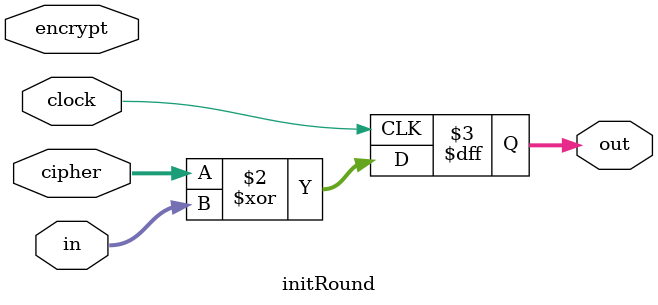
<source format=v>
`timescale 1ns / 1ns
module AES2(clock, encrypt, cipher, in, out);
    
    input clock;
    input encrypt;
    input wire[127:0] cipher;
    input wire[127:0] in;
    output reg[127:0] out;
    
    wire[127:0] encrypt_out, decrypt_out;
    
	// top level modules 
    encrypt e(clock, encrypt, cipher, in, encrypt_out);
    decrypt d(clock, encrypt, cipher, in, decrypt_out);
    
    always @(posedge clock) begin
			// multiplex the modules based
			// on the encryption bit
			if(encrypt == 1'b1) begin
			  out <= encrypt_out; 
			end
			else begin
			  out <= decrypt_out;
			end		
    end
endmodule

/**************** ENCRYPTION MODULE **********************/
module encrypt(clock, encrypt, cipher, in, out);
    input clock;
    input encrypt;
    input wire[127:0] cipher;
    input wire[127:0] in;
    wire done;
    output reg[127:0] out;
    
    wire[127:0] state [10:0];
    
    wire[127:0] sub_out[10:0];
    wire[127:0] shift_out[10:0];
    wire[127:0] mix_out[10:0];
    wire[127:0] key_out[10:0];
    
	
	
    genvar i;
    generate        
		//initial round
        initRound ir(clock,encrypt,cipher,in,state[0]);
        
		// generate modules for each round 
		// with connecting wires so that the 'state'
		// in fed through
        for(i=0; i<9; i=i+1) begin // rounds 1-9
          subBytes sub(clock, encrypt, state[i], sub_out[i]);
          shiftRows shift(clock, encrypt, sub_out[i], shift_out[i]);
          mix_columns mix(shift_out[i],mix_out[i],1'b1,done,encrypt,clock,1'b0);
          addRoundKey key(clock, cipher, mix_out[i], i+1, state[i+1]);
        end
		
		// final round
        subBytes sub(clock, encrypt, state[9], sub_out[10]);
        shiftRows shift(clock, encrypt, sub_out[10], shift_out[10]);
        addRoundKey key(clock, cipher,shift_out[10], 10, state[10]);        
    endgenerate
    
    always @(posedge clock) begin
	  // the tenth state wire feeds out the encrypted data
      out <= state[10]; 
    end
    
endmodule
/**************** END OF ENCRYPTION MODULE **********************/

/**************** DECRYPTION MODULE *****************************/
module decrypt(clock, encrypt, cipher, in, out);
    input clock;
    input encrypt;
    input wire[127:0] cipher;
    input wire[127:0] in;
    
    output reg[127:0] out;
    
    wire[127:0] state [11:0];
    
    wire[127:0] sub_out[10:0];
    wire[127:0] shift_out[10:0];
    wire[127:0] mix_out[10:0];
    wire[127:0] key_out[10:0];
    
    genvar i;
    generate    

		//initial round
        addRoundKey key(clock, cipher, in, 10, state[11]);
        shiftRows shift(clock, encrypt, state[11], shift_out[10]);
        subBytes sub(clock, encrypt, shift_out[10], state[10]);
        
		// generate modules for each round 
		// with connecting wires so that the 'state'
		// in fed through
        for(i=9; i > 0; i=i-1) begin
          addRoundKey key(clock, cipher, state[i+1], i, key_out[i]);
		  mix_columns mix(key_out[i],mix_out[i],1'b1,done,encrypt,clock,1'b0);
          shiftRows shift(clock, encrypt, mix_out[i], shift_out[i]);
          subBytes sub(clock, encrypt, shift_out[i], state[i]);
        end
		// final round (reuse initRound() because it's
		// just an xor gate
        initRound ir(clock, encrypt, cipher, state[1], state[0]); 
    endgenerate
    
    always @(posedge clock) begin
      out <= state[0]; 
    end
    
endmodule
/**************** END OF DECRYPTION MODULE **********************/

module initRound(clock, encrypt, cipher, in, out);
  input clock;
  input encrypt;
  input wire[127:0] cipher;
  input wire[127:0] in;
    
  output reg[127:0] out;
  
  always @(posedge clock) begin
    out <= cipher^in;
  end
endmodule



</source>
